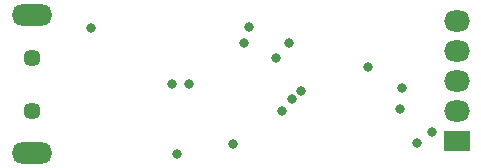
<source format=gbs>
G04*
G04 #@! TF.GenerationSoftware,Altium Limited,Altium Designer,20.0.10 (225)*
G04*
G04 Layer_Color=16711935*
%FSLAX44Y44*%
%MOMM*%
G71*
G01*
G75*
%ADD31O,3.4500X1.8250*%
%ADD32C,1.4500*%
%ADD33O,2.2000X1.8000*%
%ADD34R,2.2000X1.8000*%
%ADD35C,0.8000*%
D31*
X20000Y14000D02*
D03*
Y131000D02*
D03*
D32*
Y50000D02*
D03*
Y95000D02*
D03*
D33*
X380000Y125800D02*
D03*
Y100400D02*
D03*
Y75000D02*
D03*
Y49600D02*
D03*
D34*
Y24200D02*
D03*
D35*
X232000Y50000D02*
D03*
X248000Y67000D02*
D03*
X240000Y60000D02*
D03*
X70000Y120000D02*
D03*
X333000Y69000D02*
D03*
X139000Y73000D02*
D03*
X153000D02*
D03*
X190000Y22000D02*
D03*
X200000Y107000D02*
D03*
X238000D02*
D03*
X305000Y87000D02*
D03*
X331500Y51500D02*
D03*
X346000Y23000D02*
D03*
X204000Y121000D02*
D03*
X359000Y32000D02*
D03*
X143000Y13000D02*
D03*
X227000Y95000D02*
D03*
M02*

</source>
